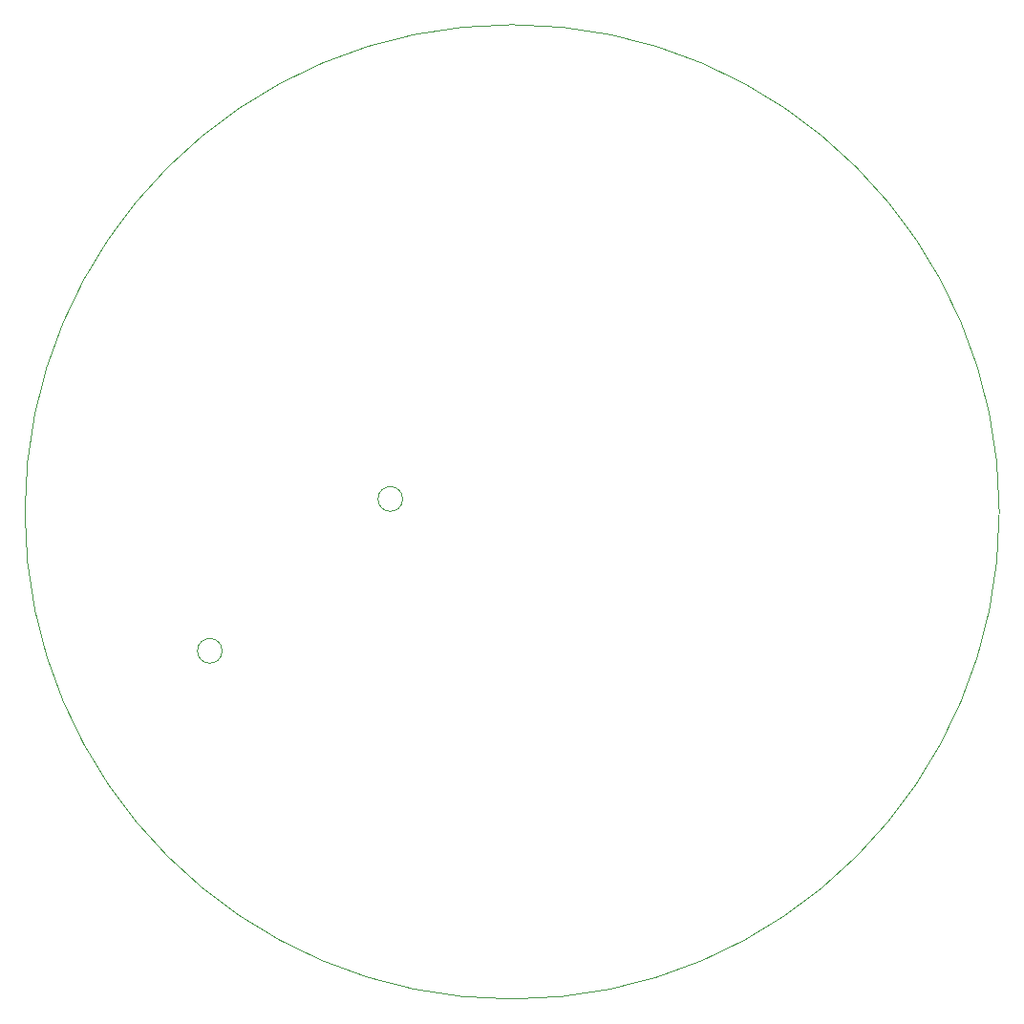
<source format=gbr>
%TF.GenerationSoftware,KiCad,Pcbnew,7.0.2*%
%TF.CreationDate,2023-06-22T15:29:01-04:00*%
%TF.ProjectId,protopico,70726f74-6f70-4696-936f-2e6b69636164,rev?*%
%TF.SameCoordinates,Original*%
%TF.FileFunction,Profile,NP*%
%FSLAX46Y46*%
G04 Gerber Fmt 4.6, Leading zero omitted, Abs format (unit mm)*
G04 Created by KiCad (PCBNEW 7.0.2) date 2023-06-22 15:29:01*
%MOMM*%
%LPD*%
G01*
G04 APERTURE LIST*
%TA.AperFunction,Profile*%
%ADD10C,0.101600*%
%TD*%
%TA.AperFunction,Profile*%
%ADD11C,0.120000*%
%TD*%
G04 APERTURE END LIST*
D10*
X193040000Y-99822000D02*
G75*
G03*
X193040000Y-99822000I-43180000J0D01*
G01*
D11*
%TO.C,U2*%
X124155200Y-112141000D02*
G75*
G03*
X124155200Y-112141000I-1092200J0D01*
G01*
X140157200Y-98679000D02*
G75*
G03*
X140157200Y-98679000I-1092200J0D01*
G01*
%TD*%
M02*

</source>
